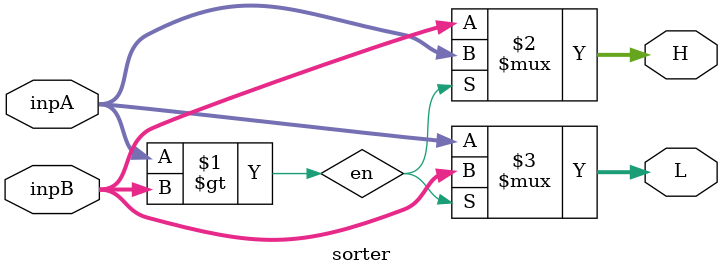
<source format=v>
module sorter(inpA,inpB,H,L);
input [1:0] inpA;
input [1:0] inpB;
output [1:0] H;
output [1:0] L;

wire en;

assign en=(inpA>inpB);

assign H=(en)?inpA:inpB;
assign L=(en)?inpB:inpA;

endmodule
</source>
